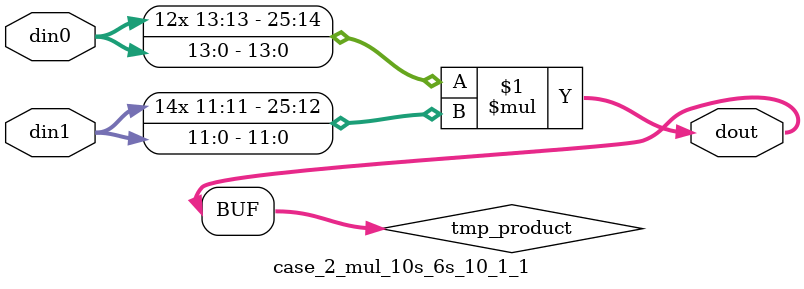
<source format=v>

`timescale 1 ns / 1 ps

 module case_2_mul_10s_6s_10_1_1(din0, din1, dout);
parameter ID = 1;
parameter NUM_STAGE = 0;
parameter din0_WIDTH = 14;
parameter din1_WIDTH = 12;
parameter dout_WIDTH = 26;

input [din0_WIDTH - 1 : 0] din0; 
input [din1_WIDTH - 1 : 0] din1; 
output [dout_WIDTH - 1 : 0] dout;

wire signed [dout_WIDTH - 1 : 0] tmp_product;



























assign tmp_product = $signed(din0) * $signed(din1);








assign dout = tmp_product;





















endmodule

</source>
